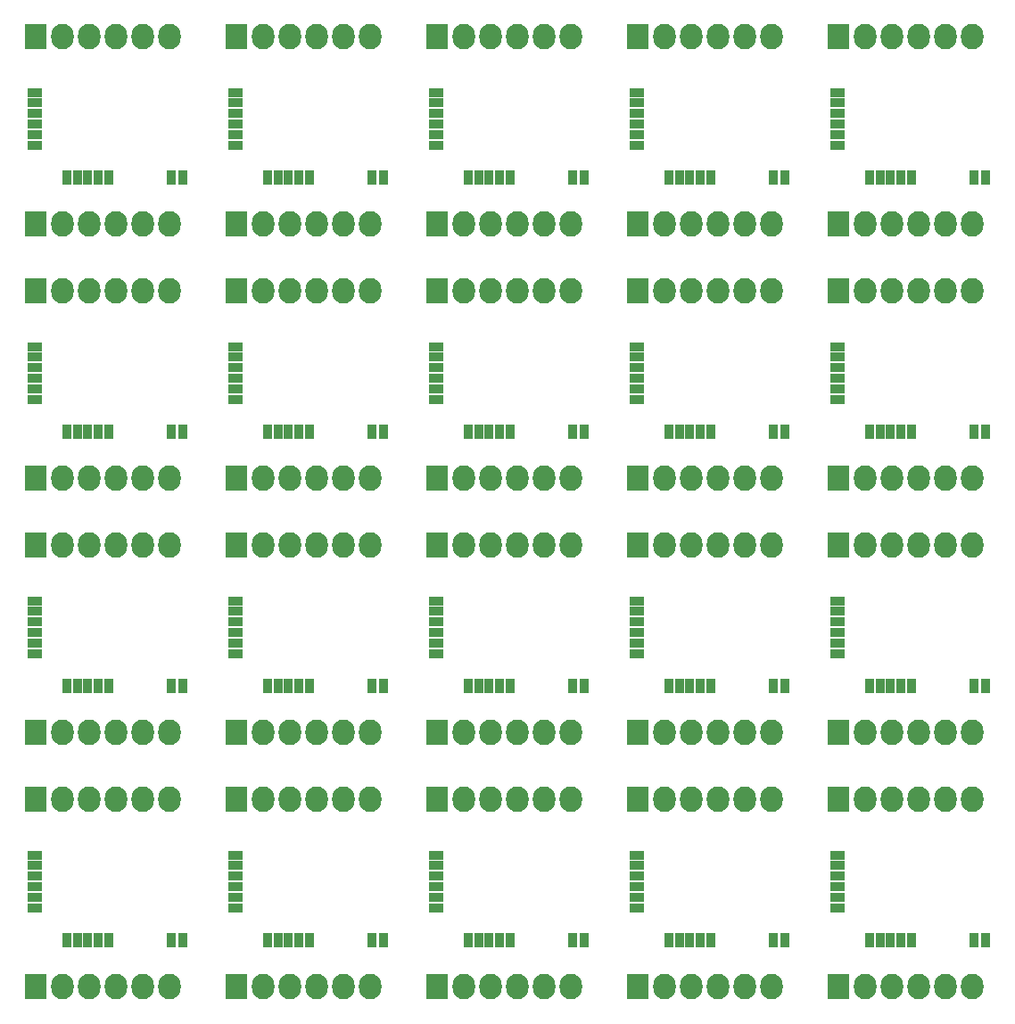
<source format=gts>
G04 #@! TF.FileFunction,Soldermask,Top*
%FSLAX46Y46*%
G04 Gerber Fmt 4.6, Leading zero omitted, Abs format (unit mm)*
G04 Created by KiCad (PCBNEW 4.1.0-alpha+201608131231+7028~46~ubuntu16.04.1-product) date Sat Aug 27 16:11:23 2016*
%MOMM*%
%LPD*%
G01*
G04 APERTURE LIST*
%ADD10C,0.100000*%
%ADD11R,2.127200X2.432000*%
%ADD12O,2.127200X2.432000*%
%ADD13R,0.900000X1.400000*%
%ADD14R,1.400000X0.900000*%
G04 APERTURE END LIST*
D10*
D11*
X102110000Y-89100000D03*
D12*
X104650000Y-89100000D03*
X107190000Y-89100000D03*
X109730000Y-89100000D03*
X112270000Y-89100000D03*
X114810000Y-89100000D03*
D11*
X102110000Y-106880000D03*
D12*
X104650000Y-106880000D03*
X107190000Y-106880000D03*
X109730000Y-106880000D03*
X112270000Y-106880000D03*
X114810000Y-106880000D03*
D11*
X102110000Y-64970000D03*
D12*
X104650000Y-64970000D03*
X107190000Y-64970000D03*
X109730000Y-64970000D03*
X112270000Y-64970000D03*
X114810000Y-64970000D03*
D11*
X102110000Y-82750000D03*
D12*
X104650000Y-82750000D03*
X107190000Y-82750000D03*
X109730000Y-82750000D03*
X112270000Y-82750000D03*
X114810000Y-82750000D03*
D11*
X83060000Y-89100000D03*
D12*
X85600000Y-89100000D03*
X88140000Y-89100000D03*
X90680000Y-89100000D03*
X93220000Y-89100000D03*
X95760000Y-89100000D03*
D11*
X83060000Y-106880000D03*
D12*
X85600000Y-106880000D03*
X88140000Y-106880000D03*
X90680000Y-106880000D03*
X93220000Y-106880000D03*
X95760000Y-106880000D03*
D11*
X83060000Y-82750000D03*
D12*
X85600000Y-82750000D03*
X88140000Y-82750000D03*
X90680000Y-82750000D03*
X93220000Y-82750000D03*
X95760000Y-82750000D03*
D11*
X83060000Y-64970000D03*
D12*
X85600000Y-64970000D03*
X88140000Y-64970000D03*
X90680000Y-64970000D03*
X93220000Y-64970000D03*
X95760000Y-64970000D03*
D11*
X25910000Y-64970000D03*
D12*
X28450000Y-64970000D03*
X30990000Y-64970000D03*
X33530000Y-64970000D03*
X36070000Y-64970000D03*
X38610000Y-64970000D03*
D11*
X25910000Y-82750000D03*
D12*
X28450000Y-82750000D03*
X30990000Y-82750000D03*
X33530000Y-82750000D03*
X36070000Y-82750000D03*
X38610000Y-82750000D03*
D11*
X44960000Y-64970000D03*
D12*
X47500000Y-64970000D03*
X50040000Y-64970000D03*
X52580000Y-64970000D03*
X55120000Y-64970000D03*
X57660000Y-64970000D03*
D11*
X44960000Y-106880000D03*
D12*
X47500000Y-106880000D03*
X50040000Y-106880000D03*
X52580000Y-106880000D03*
X55120000Y-106880000D03*
X57660000Y-106880000D03*
D11*
X64010000Y-89100000D03*
D12*
X66550000Y-89100000D03*
X69090000Y-89100000D03*
X71630000Y-89100000D03*
X74170000Y-89100000D03*
X76710000Y-89100000D03*
D11*
X64010000Y-106880000D03*
D12*
X66550000Y-106880000D03*
X69090000Y-106880000D03*
X71630000Y-106880000D03*
X74170000Y-106880000D03*
X76710000Y-106880000D03*
D11*
X64010000Y-82750000D03*
D12*
X66550000Y-82750000D03*
X69090000Y-82750000D03*
X71630000Y-82750000D03*
X74170000Y-82750000D03*
X76710000Y-82750000D03*
D11*
X64010000Y-64970000D03*
D12*
X66550000Y-64970000D03*
X69090000Y-64970000D03*
X71630000Y-64970000D03*
X74170000Y-64970000D03*
X76710000Y-64970000D03*
D11*
X25910000Y-106880000D03*
D12*
X28450000Y-106880000D03*
X30990000Y-106880000D03*
X33530000Y-106880000D03*
X36070000Y-106880000D03*
X38610000Y-106880000D03*
D11*
X25910000Y-89100000D03*
D12*
X28450000Y-89100000D03*
X30990000Y-89100000D03*
X33530000Y-89100000D03*
X36070000Y-89100000D03*
X38610000Y-89100000D03*
D11*
X44960000Y-82750000D03*
D12*
X47500000Y-82750000D03*
X50040000Y-82750000D03*
X52580000Y-82750000D03*
X55120000Y-82750000D03*
X57660000Y-82750000D03*
D11*
X44960000Y-89100000D03*
D12*
X47500000Y-89100000D03*
X50040000Y-89100000D03*
X52580000Y-89100000D03*
X55120000Y-89100000D03*
X57660000Y-89100000D03*
D11*
X102110000Y-131010000D03*
D12*
X104650000Y-131010000D03*
X107190000Y-131010000D03*
X109730000Y-131010000D03*
X112270000Y-131010000D03*
X114810000Y-131010000D03*
D11*
X102110000Y-113230000D03*
D12*
X104650000Y-113230000D03*
X107190000Y-113230000D03*
X109730000Y-113230000D03*
X112270000Y-113230000D03*
X114810000Y-113230000D03*
D11*
X25910000Y-131010000D03*
D12*
X28450000Y-131010000D03*
X30990000Y-131010000D03*
X33530000Y-131010000D03*
X36070000Y-131010000D03*
X38610000Y-131010000D03*
D11*
X25910000Y-113230000D03*
D12*
X28450000Y-113230000D03*
X30990000Y-113230000D03*
X33530000Y-113230000D03*
X36070000Y-113230000D03*
X38610000Y-113230000D03*
D11*
X44960000Y-113230000D03*
D12*
X47500000Y-113230000D03*
X50040000Y-113230000D03*
X52580000Y-113230000D03*
X55120000Y-113230000D03*
X57660000Y-113230000D03*
D11*
X44960000Y-131010000D03*
D12*
X47500000Y-131010000D03*
X50040000Y-131010000D03*
X52580000Y-131010000D03*
X55120000Y-131010000D03*
X57660000Y-131010000D03*
D11*
X64010000Y-113230000D03*
D12*
X66550000Y-113230000D03*
X69090000Y-113230000D03*
X71630000Y-113230000D03*
X74170000Y-113230000D03*
X76710000Y-113230000D03*
D11*
X64010000Y-131010000D03*
D12*
X66550000Y-131010000D03*
X69090000Y-131010000D03*
X71630000Y-131010000D03*
X74170000Y-131010000D03*
X76710000Y-131010000D03*
D11*
X83060000Y-131010000D03*
D12*
X85600000Y-131010000D03*
X88140000Y-131010000D03*
X90680000Y-131010000D03*
X93220000Y-131010000D03*
X95760000Y-131010000D03*
D11*
X83060000Y-113230000D03*
D12*
X85600000Y-113230000D03*
X88140000Y-113230000D03*
X90680000Y-113230000D03*
X93220000Y-113230000D03*
X95760000Y-113230000D03*
D11*
X102110000Y-155140000D03*
D12*
X104650000Y-155140000D03*
X107190000Y-155140000D03*
X109730000Y-155140000D03*
X112270000Y-155140000D03*
X114810000Y-155140000D03*
D11*
X102110000Y-137360000D03*
D12*
X104650000Y-137360000D03*
X107190000Y-137360000D03*
X109730000Y-137360000D03*
X112270000Y-137360000D03*
X114810000Y-137360000D03*
D11*
X64010000Y-137360000D03*
D12*
X66550000Y-137360000D03*
X69090000Y-137360000D03*
X71630000Y-137360000D03*
X74170000Y-137360000D03*
X76710000Y-137360000D03*
D11*
X64010000Y-155140000D03*
D12*
X66550000Y-155140000D03*
X69090000Y-155140000D03*
X71630000Y-155140000D03*
X74170000Y-155140000D03*
X76710000Y-155140000D03*
D11*
X83060000Y-137360000D03*
D12*
X85600000Y-137360000D03*
X88140000Y-137360000D03*
X90680000Y-137360000D03*
X93220000Y-137360000D03*
X95760000Y-137360000D03*
D11*
X83060000Y-155140000D03*
D12*
X85600000Y-155140000D03*
X88140000Y-155140000D03*
X90680000Y-155140000D03*
X93220000Y-155140000D03*
X95760000Y-155140000D03*
D11*
X44960000Y-155140000D03*
D12*
X47500000Y-155140000D03*
X50040000Y-155140000D03*
X52580000Y-155140000D03*
X55120000Y-155140000D03*
X57660000Y-155140000D03*
D11*
X44960000Y-137360000D03*
D12*
X47500000Y-137360000D03*
X50040000Y-137360000D03*
X52580000Y-137360000D03*
X55120000Y-137360000D03*
X57660000Y-137360000D03*
D11*
X25910000Y-155140000D03*
D12*
X28450000Y-155140000D03*
X30990000Y-155140000D03*
X33530000Y-155140000D03*
X36070000Y-155140000D03*
X38610000Y-155140000D03*
D11*
X25910000Y-137360000D03*
D12*
X28450000Y-137360000D03*
X30990000Y-137360000D03*
X33530000Y-137360000D03*
X36070000Y-137360000D03*
X38610000Y-137360000D03*
D13*
X116140000Y-150735000D03*
X114990000Y-150735000D03*
X109090000Y-150735000D03*
X108090000Y-150735000D03*
X107090000Y-150735000D03*
X106090000Y-150735000D03*
X105090000Y-150735000D03*
D14*
X102090000Y-147635000D03*
X102090000Y-146635000D03*
X102090000Y-145635000D03*
X102090000Y-144635000D03*
X102090000Y-143635000D03*
X102090000Y-142635000D03*
D13*
X97090000Y-150735000D03*
X95940000Y-150735000D03*
X90040000Y-150735000D03*
X89040000Y-150735000D03*
X88040000Y-150735000D03*
X87040000Y-150735000D03*
X86040000Y-150735000D03*
D14*
X83040000Y-147635000D03*
X83040000Y-146635000D03*
X83040000Y-145635000D03*
X83040000Y-144635000D03*
X83040000Y-143635000D03*
X83040000Y-142635000D03*
D13*
X78040000Y-150735000D03*
X76890000Y-150735000D03*
X70990000Y-150735000D03*
X69990000Y-150735000D03*
X68990000Y-150735000D03*
X67990000Y-150735000D03*
X66990000Y-150735000D03*
D14*
X63990000Y-147635000D03*
X63990000Y-146635000D03*
X63990000Y-145635000D03*
X63990000Y-144635000D03*
X63990000Y-143635000D03*
X63990000Y-142635000D03*
D13*
X58990000Y-150735000D03*
X57840000Y-150735000D03*
X51940000Y-150735000D03*
X50940000Y-150735000D03*
X49940000Y-150735000D03*
X48940000Y-150735000D03*
X47940000Y-150735000D03*
D14*
X44940000Y-147635000D03*
X44940000Y-146635000D03*
X44940000Y-145635000D03*
X44940000Y-144635000D03*
X44940000Y-143635000D03*
X44940000Y-142635000D03*
D13*
X39940000Y-150735000D03*
X38790000Y-150735000D03*
X32890000Y-150735000D03*
X31890000Y-150735000D03*
X30890000Y-150735000D03*
X29890000Y-150735000D03*
X28890000Y-150735000D03*
D14*
X25890000Y-147635000D03*
X25890000Y-146635000D03*
X25890000Y-145635000D03*
X25890000Y-144635000D03*
X25890000Y-143635000D03*
X25890000Y-142635000D03*
D13*
X58990000Y-102475000D03*
X57840000Y-102475000D03*
X51940000Y-102475000D03*
X50940000Y-102475000D03*
X49940000Y-102475000D03*
X48940000Y-102475000D03*
X47940000Y-102475000D03*
D14*
X44940000Y-99375000D03*
X44940000Y-98375000D03*
X44940000Y-97375000D03*
X44940000Y-96375000D03*
X44940000Y-95375000D03*
X44940000Y-94375000D03*
D13*
X39940000Y-102475000D03*
X38790000Y-102475000D03*
X32890000Y-102475000D03*
X31890000Y-102475000D03*
X30890000Y-102475000D03*
X29890000Y-102475000D03*
X28890000Y-102475000D03*
D14*
X25890000Y-99375000D03*
X25890000Y-98375000D03*
X25890000Y-97375000D03*
X25890000Y-96375000D03*
X25890000Y-95375000D03*
X25890000Y-94375000D03*
D13*
X97090000Y-126605000D03*
X95940000Y-126605000D03*
X90040000Y-126605000D03*
X89040000Y-126605000D03*
X88040000Y-126605000D03*
X87040000Y-126605000D03*
X86040000Y-126605000D03*
D14*
X83040000Y-123505000D03*
X83040000Y-122505000D03*
X83040000Y-121505000D03*
X83040000Y-120505000D03*
X83040000Y-119505000D03*
X83040000Y-118505000D03*
D13*
X78040000Y-126605000D03*
X76890000Y-126605000D03*
X70990000Y-126605000D03*
X69990000Y-126605000D03*
X68990000Y-126605000D03*
X67990000Y-126605000D03*
X66990000Y-126605000D03*
D14*
X63990000Y-123505000D03*
X63990000Y-122505000D03*
X63990000Y-121505000D03*
X63990000Y-120505000D03*
X63990000Y-119505000D03*
X63990000Y-118505000D03*
D13*
X58990000Y-126605000D03*
X57840000Y-126605000D03*
X51940000Y-126605000D03*
X50940000Y-126605000D03*
X49940000Y-126605000D03*
X48940000Y-126605000D03*
X47940000Y-126605000D03*
D14*
X44940000Y-123505000D03*
X44940000Y-122505000D03*
X44940000Y-121505000D03*
X44940000Y-120505000D03*
X44940000Y-119505000D03*
X44940000Y-118505000D03*
D13*
X39940000Y-126605000D03*
X38790000Y-126605000D03*
X32890000Y-126605000D03*
X31890000Y-126605000D03*
X30890000Y-126605000D03*
X29890000Y-126605000D03*
X28890000Y-126605000D03*
D14*
X25890000Y-123505000D03*
X25890000Y-122505000D03*
X25890000Y-121505000D03*
X25890000Y-120505000D03*
X25890000Y-119505000D03*
X25890000Y-118505000D03*
D13*
X116140000Y-126605000D03*
X114990000Y-126605000D03*
X109090000Y-126605000D03*
X108090000Y-126605000D03*
X107090000Y-126605000D03*
X106090000Y-126605000D03*
X105090000Y-126605000D03*
D14*
X102090000Y-123505000D03*
X102090000Y-122505000D03*
X102090000Y-121505000D03*
X102090000Y-120505000D03*
X102090000Y-119505000D03*
X102090000Y-118505000D03*
D13*
X78040000Y-78345000D03*
X76890000Y-78345000D03*
X70990000Y-78345000D03*
X69990000Y-78345000D03*
X68990000Y-78345000D03*
X67990000Y-78345000D03*
X66990000Y-78345000D03*
D14*
X63990000Y-75245000D03*
X63990000Y-74245000D03*
X63990000Y-73245000D03*
X63990000Y-72245000D03*
X63990000Y-71245000D03*
X63990000Y-70245000D03*
D13*
X78040000Y-102475000D03*
X76890000Y-102475000D03*
X70990000Y-102475000D03*
X69990000Y-102475000D03*
X68990000Y-102475000D03*
X67990000Y-102475000D03*
X66990000Y-102475000D03*
D14*
X63990000Y-99375000D03*
X63990000Y-98375000D03*
X63990000Y-97375000D03*
X63990000Y-96375000D03*
X63990000Y-95375000D03*
X63990000Y-94375000D03*
D13*
X58990000Y-78345000D03*
X57840000Y-78345000D03*
X51940000Y-78345000D03*
X50940000Y-78345000D03*
X49940000Y-78345000D03*
X48940000Y-78345000D03*
X47940000Y-78345000D03*
D14*
X44940000Y-75245000D03*
X44940000Y-74245000D03*
X44940000Y-73245000D03*
X44940000Y-72245000D03*
X44940000Y-71245000D03*
X44940000Y-70245000D03*
D13*
X97090000Y-78345000D03*
X95940000Y-78345000D03*
X90040000Y-78345000D03*
X89040000Y-78345000D03*
X88040000Y-78345000D03*
X87040000Y-78345000D03*
X86040000Y-78345000D03*
D14*
X83040000Y-75245000D03*
X83040000Y-74245000D03*
X83040000Y-73245000D03*
X83040000Y-72245000D03*
X83040000Y-71245000D03*
X83040000Y-70245000D03*
D13*
X97090000Y-102475000D03*
X95940000Y-102475000D03*
X90040000Y-102475000D03*
X89040000Y-102475000D03*
X88040000Y-102475000D03*
X87040000Y-102475000D03*
X86040000Y-102475000D03*
D14*
X83040000Y-99375000D03*
X83040000Y-98375000D03*
X83040000Y-97375000D03*
X83040000Y-96375000D03*
X83040000Y-95375000D03*
X83040000Y-94375000D03*
D13*
X116140000Y-78345000D03*
X114990000Y-78345000D03*
X109090000Y-78345000D03*
X108090000Y-78345000D03*
X107090000Y-78345000D03*
X106090000Y-78345000D03*
X105090000Y-78345000D03*
D14*
X102090000Y-75245000D03*
X102090000Y-74245000D03*
X102090000Y-73245000D03*
X102090000Y-72245000D03*
X102090000Y-71245000D03*
X102090000Y-70245000D03*
D13*
X116140000Y-102475000D03*
X114990000Y-102475000D03*
X109090000Y-102475000D03*
X108090000Y-102475000D03*
X107090000Y-102475000D03*
X106090000Y-102475000D03*
X105090000Y-102475000D03*
D14*
X102090000Y-99375000D03*
X102090000Y-98375000D03*
X102090000Y-97375000D03*
X102090000Y-96375000D03*
X102090000Y-95375000D03*
X102090000Y-94375000D03*
D13*
X39940000Y-78345000D03*
X38790000Y-78345000D03*
X32890000Y-78345000D03*
X31890000Y-78345000D03*
X30890000Y-78345000D03*
X29890000Y-78345000D03*
X28890000Y-78345000D03*
D14*
X25890000Y-75245000D03*
X25890000Y-74245000D03*
X25890000Y-73245000D03*
X25890000Y-72245000D03*
X25890000Y-71245000D03*
X25890000Y-70245000D03*
M02*

</source>
